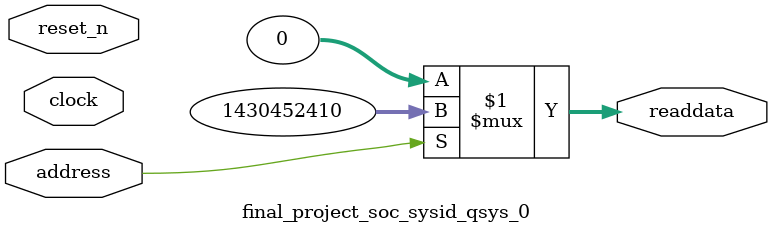
<source format=v>

`timescale 1ns / 1ps
// synthesis translate_on

// turn off superfluous verilog processor warnings 
// altera message_level Level1 
// altera message_off 10034 10035 10036 10037 10230 10240 10030 

module final_project_soc_sysid_qsys_0 (
               // inputs:
                address,
                clock,
                reset_n,

               // outputs:
                readdata
             )
;

  output  [ 31: 0] readdata;
  input            address;
  input            clock;
  input            reset_n;

  wire    [ 31: 0] readdata;
  //control_slave, which is an e_avalon_slave
  assign readdata = address ? 1430452410 : 0;

endmodule




</source>
